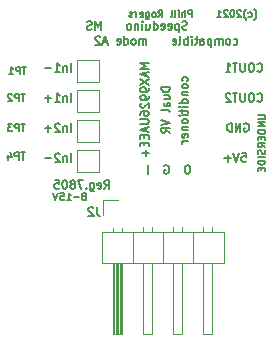
<source format=gbo>
G04 #@! TF.GenerationSoftware,KiCad,Pcbnew,(6.0.0-0)*
G04 #@! TF.CreationDate,2023-01-22T15:48:08+00:00*
G04 #@! TF.ProjectId,VR-Conditioner-MAX9926+reg,56522d43-6f6e-4646-9974-696f6e65722d,3.74*
G04 #@! TF.SameCoordinates,PX6a95280PY6f6d640*
G04 #@! TF.FileFunction,Legend,Bot*
G04 #@! TF.FilePolarity,Positive*
%FSLAX46Y46*%
G04 Gerber Fmt 4.6, Leading zero omitted, Abs format (unit mm)*
G04 Created by KiCad (PCBNEW (6.0.0-0)) date 2023-01-22 15:48:08*
%MOMM*%
%LPD*%
G01*
G04 APERTURE LIST*
%ADD10C,0.150000*%
%ADD11C,0.120000*%
G04 APERTURE END LIST*
D10*
X13778666Y15378667D02*
X13078666Y15378667D01*
X13078666Y15212000D01*
X13112000Y15112000D01*
X13178666Y15045334D01*
X13245333Y15012000D01*
X13378666Y14978667D01*
X13478666Y14978667D01*
X13612000Y15012000D01*
X13678666Y15045334D01*
X13745333Y15112000D01*
X13778666Y15212000D01*
X13778666Y15378667D01*
X13312000Y14378667D02*
X13778666Y14378667D01*
X13312000Y14678667D02*
X13678666Y14678667D01*
X13745333Y14645334D01*
X13778666Y14578667D01*
X13778666Y14478667D01*
X13745333Y14412000D01*
X13712000Y14378667D01*
X13778666Y13745334D02*
X13412000Y13745334D01*
X13345333Y13778667D01*
X13312000Y13845334D01*
X13312000Y13978667D01*
X13345333Y14045334D01*
X13745333Y13745334D02*
X13778666Y13812000D01*
X13778666Y13978667D01*
X13745333Y14045334D01*
X13678666Y14078667D01*
X13612000Y14078667D01*
X13545333Y14045334D01*
X13512000Y13978667D01*
X13512000Y13812000D01*
X13478666Y13745334D01*
X13778666Y13312000D02*
X13745333Y13378667D01*
X13678666Y13412000D01*
X13078666Y13412000D01*
X13078666Y12612000D02*
X13778666Y12378667D01*
X13078666Y12145334D01*
X13778666Y11512000D02*
X13445333Y11745334D01*
X13778666Y11912000D02*
X13078666Y11912000D01*
X13078666Y11645334D01*
X13112000Y11578667D01*
X13145333Y11545334D01*
X13212000Y11512000D01*
X13312000Y11512000D01*
X13378666Y11545334D01*
X13412000Y11578667D01*
X13445333Y11645334D01*
X13445333Y11912000D01*
X21182666Y16768000D02*
X21216000Y16734667D01*
X21316000Y16701334D01*
X21382666Y16701334D01*
X21482666Y16734667D01*
X21549333Y16801334D01*
X21582666Y16868000D01*
X21616000Y17001334D01*
X21616000Y17101334D01*
X21582666Y17234667D01*
X21549333Y17301334D01*
X21482666Y17368000D01*
X21382666Y17401334D01*
X21316000Y17401334D01*
X21216000Y17368000D01*
X21182666Y17334667D01*
X20749333Y17401334D02*
X20616000Y17401334D01*
X20549333Y17368000D01*
X20482666Y17301334D01*
X20449333Y17168000D01*
X20449333Y16934667D01*
X20482666Y16801334D01*
X20549333Y16734667D01*
X20616000Y16701334D01*
X20749333Y16701334D01*
X20816000Y16734667D01*
X20882666Y16801334D01*
X20916000Y16934667D01*
X20916000Y17168000D01*
X20882666Y17301334D01*
X20816000Y17368000D01*
X20749333Y17401334D01*
X20149333Y17401334D02*
X20149333Y16834667D01*
X20116000Y16768000D01*
X20082666Y16734667D01*
X20016000Y16701334D01*
X19882666Y16701334D01*
X19816000Y16734667D01*
X19782666Y16768000D01*
X19749333Y16834667D01*
X19749333Y17401334D01*
X19516000Y17401334D02*
X19116000Y17401334D01*
X19316000Y16701334D02*
X19316000Y17401334D01*
X18516000Y16701334D02*
X18916000Y16701334D01*
X18716000Y16701334D02*
X18716000Y17401334D01*
X18782666Y17301334D01*
X18849333Y17234667D01*
X18916000Y17201334D01*
X21182666Y14228000D02*
X21216000Y14194667D01*
X21316000Y14161334D01*
X21382666Y14161334D01*
X21482666Y14194667D01*
X21549333Y14261334D01*
X21582666Y14328000D01*
X21616000Y14461334D01*
X21616000Y14561334D01*
X21582666Y14694667D01*
X21549333Y14761334D01*
X21482666Y14828000D01*
X21382666Y14861334D01*
X21316000Y14861334D01*
X21216000Y14828000D01*
X21182666Y14794667D01*
X20749333Y14861334D02*
X20616000Y14861334D01*
X20549333Y14828000D01*
X20482666Y14761334D01*
X20449333Y14628000D01*
X20449333Y14394667D01*
X20482666Y14261334D01*
X20549333Y14194667D01*
X20616000Y14161334D01*
X20749333Y14161334D01*
X20816000Y14194667D01*
X20882666Y14261334D01*
X20916000Y14394667D01*
X20916000Y14628000D01*
X20882666Y14761334D01*
X20816000Y14828000D01*
X20749333Y14861334D01*
X20149333Y14861334D02*
X20149333Y14294667D01*
X20116000Y14228000D01*
X20082666Y14194667D01*
X20016000Y14161334D01*
X19882666Y14161334D01*
X19816000Y14194667D01*
X19782666Y14228000D01*
X19749333Y14294667D01*
X19749333Y14861334D01*
X19516000Y14861334D02*
X19116000Y14861334D01*
X19316000Y14161334D02*
X19316000Y14861334D01*
X18916000Y14794667D02*
X18882666Y14828000D01*
X18816000Y14861334D01*
X18649333Y14861334D01*
X18582666Y14828000D01*
X18549333Y14794667D01*
X18516000Y14728000D01*
X18516000Y14661334D01*
X18549333Y14561334D01*
X18949333Y14161334D01*
X18516000Y14161334D01*
X20091333Y12288000D02*
X20158000Y12321334D01*
X20258000Y12321334D01*
X20358000Y12288000D01*
X20424666Y12221334D01*
X20458000Y12154667D01*
X20491333Y12021334D01*
X20491333Y11921334D01*
X20458000Y11788000D01*
X20424666Y11721334D01*
X20358000Y11654667D01*
X20258000Y11621334D01*
X20191333Y11621334D01*
X20091333Y11654667D01*
X20058000Y11688000D01*
X20058000Y11921334D01*
X20191333Y11921334D01*
X19758000Y11621334D02*
X19758000Y12321334D01*
X19358000Y11621334D01*
X19358000Y12321334D01*
X19024666Y11621334D02*
X19024666Y12321334D01*
X18858000Y12321334D01*
X18758000Y12288000D01*
X18691333Y12221334D01*
X18658000Y12154667D01*
X18624666Y12021334D01*
X18624666Y11921334D01*
X18658000Y11788000D01*
X18691333Y11721334D01*
X18758000Y11654667D01*
X18858000Y11621334D01*
X19024666Y11621334D01*
X19870666Y9781334D02*
X20204000Y9781334D01*
X20237333Y9448000D01*
X20204000Y9481334D01*
X20137333Y9514667D01*
X19970666Y9514667D01*
X19904000Y9481334D01*
X19870666Y9448000D01*
X19837333Y9381334D01*
X19837333Y9214667D01*
X19870666Y9148000D01*
X19904000Y9114667D01*
X19970666Y9081334D01*
X20137333Y9081334D01*
X20204000Y9114667D01*
X20237333Y9148000D01*
X19637333Y9781334D02*
X19404000Y9081334D01*
X19170666Y9781334D01*
X18937333Y9348000D02*
X18404000Y9348000D01*
X18670666Y9081334D02*
X18670666Y9614667D01*
X5401333Y14161334D02*
X5401333Y14861334D01*
X5068000Y14628000D02*
X5068000Y14161334D01*
X5068000Y14561334D02*
X5034666Y14594667D01*
X4968000Y14628000D01*
X4868000Y14628000D01*
X4801333Y14594667D01*
X4768000Y14528000D01*
X4768000Y14161334D01*
X4068000Y14161334D02*
X4468000Y14161334D01*
X4268000Y14161334D02*
X4268000Y14861334D01*
X4334666Y14761334D01*
X4401333Y14694667D01*
X4468000Y14661334D01*
X3768000Y14428000D02*
X3234666Y14428000D01*
X3501333Y14161334D02*
X3501333Y14694667D01*
X5401333Y16701334D02*
X5401333Y17401334D01*
X5068000Y17168000D02*
X5068000Y16701334D01*
X5068000Y17101334D02*
X5034666Y17134667D01*
X4968000Y17168000D01*
X4868000Y17168000D01*
X4801333Y17134667D01*
X4768000Y17068000D01*
X4768000Y16701334D01*
X4068000Y16701334D02*
X4468000Y16701334D01*
X4268000Y16701334D02*
X4268000Y17401334D01*
X4334666Y17301334D01*
X4401333Y17234667D01*
X4468000Y17201334D01*
X3768000Y16968000D02*
X3234666Y16968000D01*
X5401333Y11621334D02*
X5401333Y12321334D01*
X5068000Y12088000D02*
X5068000Y11621334D01*
X5068000Y12021334D02*
X5034666Y12054667D01*
X4968000Y12088000D01*
X4868000Y12088000D01*
X4801333Y12054667D01*
X4768000Y11988000D01*
X4768000Y11621334D01*
X4468000Y12254667D02*
X4434666Y12288000D01*
X4368000Y12321334D01*
X4201333Y12321334D01*
X4134666Y12288000D01*
X4101333Y12254667D01*
X4068000Y12188000D01*
X4068000Y12121334D01*
X4101333Y12021334D01*
X4501333Y11621334D01*
X4068000Y11621334D01*
X3768000Y11888000D02*
X3234666Y11888000D01*
X3501333Y11621334D02*
X3501333Y12154667D01*
X5401333Y9081334D02*
X5401333Y9781334D01*
X5068000Y9548000D02*
X5068000Y9081334D01*
X5068000Y9481334D02*
X5034666Y9514667D01*
X4968000Y9548000D01*
X4868000Y9548000D01*
X4801333Y9514667D01*
X4768000Y9448000D01*
X4768000Y9081334D01*
X4468000Y9714667D02*
X4434666Y9748000D01*
X4368000Y9781334D01*
X4201333Y9781334D01*
X4134666Y9748000D01*
X4101333Y9714667D01*
X4068000Y9648000D01*
X4068000Y9581334D01*
X4101333Y9481334D01*
X4501333Y9081334D01*
X4068000Y9081334D01*
X3768000Y9348000D02*
X3234666Y9348000D01*
X6591142Y6167429D02*
X6648285Y6196000D01*
X6676857Y6224572D01*
X6705428Y6281715D01*
X6705428Y6310286D01*
X6676857Y6367429D01*
X6648285Y6396000D01*
X6591142Y6424572D01*
X6476857Y6424572D01*
X6419714Y6396000D01*
X6391142Y6367429D01*
X6362571Y6310286D01*
X6362571Y6281715D01*
X6391142Y6224572D01*
X6419714Y6196000D01*
X6476857Y6167429D01*
X6591142Y6167429D01*
X6648285Y6138858D01*
X6676857Y6110286D01*
X6705428Y6053143D01*
X6705428Y5938858D01*
X6676857Y5881715D01*
X6648285Y5853143D01*
X6591142Y5824572D01*
X6476857Y5824572D01*
X6419714Y5853143D01*
X6391142Y5881715D01*
X6362571Y5938858D01*
X6362571Y6053143D01*
X6391142Y6110286D01*
X6419714Y6138858D01*
X6476857Y6167429D01*
X6105428Y6053143D02*
X5648285Y6053143D01*
X5048285Y5824572D02*
X5391142Y5824572D01*
X5219714Y5824572D02*
X5219714Y6424572D01*
X5276857Y6338858D01*
X5334000Y6281715D01*
X5391142Y6253143D01*
X4505428Y6424572D02*
X4791142Y6424572D01*
X4819714Y6138858D01*
X4791142Y6167429D01*
X4734000Y6196000D01*
X4591142Y6196000D01*
X4534000Y6167429D01*
X4505428Y6138858D01*
X4476857Y6081715D01*
X4476857Y5938858D01*
X4505428Y5881715D01*
X4534000Y5853143D01*
X4591142Y5824572D01*
X4734000Y5824572D01*
X4791142Y5853143D01*
X4819714Y5881715D01*
X4305428Y6424572D02*
X4105428Y5824572D01*
X3905428Y6424572D01*
X15269333Y15928667D02*
X15302666Y15995334D01*
X15302666Y16128667D01*
X15269333Y16195334D01*
X15236000Y16228667D01*
X15169333Y16262000D01*
X14969333Y16262000D01*
X14902666Y16228667D01*
X14869333Y16195334D01*
X14836000Y16128667D01*
X14836000Y15995334D01*
X14869333Y15928667D01*
X15302666Y15528667D02*
X15269333Y15595334D01*
X15236000Y15628667D01*
X15169333Y15662000D01*
X14969333Y15662000D01*
X14902666Y15628667D01*
X14869333Y15595334D01*
X14836000Y15528667D01*
X14836000Y15428667D01*
X14869333Y15362000D01*
X14902666Y15328667D01*
X14969333Y15295334D01*
X15169333Y15295334D01*
X15236000Y15328667D01*
X15269333Y15362000D01*
X15302666Y15428667D01*
X15302666Y15528667D01*
X14836000Y14995334D02*
X15302666Y14995334D01*
X14902666Y14995334D02*
X14869333Y14962000D01*
X14836000Y14895334D01*
X14836000Y14795334D01*
X14869333Y14728667D01*
X14936000Y14695334D01*
X15302666Y14695334D01*
X15302666Y14062000D02*
X14602666Y14062000D01*
X15269333Y14062000D02*
X15302666Y14128667D01*
X15302666Y14262000D01*
X15269333Y14328667D01*
X15236000Y14362000D01*
X15169333Y14395334D01*
X14969333Y14395334D01*
X14902666Y14362000D01*
X14869333Y14328667D01*
X14836000Y14262000D01*
X14836000Y14128667D01*
X14869333Y14062000D01*
X15302666Y13728667D02*
X14836000Y13728667D01*
X14602666Y13728667D02*
X14636000Y13762000D01*
X14669333Y13728667D01*
X14636000Y13695334D01*
X14602666Y13728667D01*
X14669333Y13728667D01*
X14836000Y13495334D02*
X14836000Y13228667D01*
X14602666Y13395334D02*
X15202666Y13395334D01*
X15269333Y13362000D01*
X15302666Y13295334D01*
X15302666Y13228667D01*
X15302666Y12995334D02*
X14836000Y12995334D01*
X14602666Y12995334D02*
X14636000Y13028667D01*
X14669333Y12995334D01*
X14636000Y12962000D01*
X14602666Y12995334D01*
X14669333Y12995334D01*
X15302666Y12562000D02*
X15269333Y12628667D01*
X15236000Y12662000D01*
X15169333Y12695334D01*
X14969333Y12695334D01*
X14902666Y12662000D01*
X14869333Y12628667D01*
X14836000Y12562000D01*
X14836000Y12462000D01*
X14869333Y12395334D01*
X14902666Y12362000D01*
X14969333Y12328667D01*
X15169333Y12328667D01*
X15236000Y12362000D01*
X15269333Y12395334D01*
X15302666Y12462000D01*
X15302666Y12562000D01*
X14836000Y12028667D02*
X15302666Y12028667D01*
X14902666Y12028667D02*
X14869333Y11995334D01*
X14836000Y11928667D01*
X14836000Y11828667D01*
X14869333Y11762000D01*
X14936000Y11728667D01*
X15302666Y11728667D01*
X15269333Y11128667D02*
X15302666Y11195334D01*
X15302666Y11328667D01*
X15269333Y11395334D01*
X15202666Y11428667D01*
X14936000Y11428667D01*
X14869333Y11395334D01*
X14836000Y11328667D01*
X14836000Y11195334D01*
X14869333Y11128667D01*
X14936000Y11095334D01*
X15002666Y11095334D01*
X15069333Y11428667D01*
X15302666Y10795334D02*
X14836000Y10795334D01*
X14969333Y10795334D02*
X14902666Y10762000D01*
X14869333Y10728667D01*
X14836000Y10662000D01*
X14836000Y10595334D01*
X15366000Y8765334D02*
X15232666Y8765334D01*
X15166000Y8732000D01*
X15099333Y8665334D01*
X15066000Y8532000D01*
X15066000Y8298667D01*
X15099333Y8165334D01*
X15166000Y8098667D01*
X15232666Y8065334D01*
X15366000Y8065334D01*
X15432666Y8098667D01*
X15499333Y8165334D01*
X15532666Y8298667D01*
X15532666Y8532000D01*
X15499333Y8665334D01*
X15432666Y8732000D01*
X15366000Y8765334D01*
X13332666Y8732000D02*
X13399333Y8765334D01*
X13499333Y8765334D01*
X13599333Y8732000D01*
X13666000Y8665334D01*
X13699333Y8598667D01*
X13732666Y8465334D01*
X13732666Y8365334D01*
X13699333Y8232000D01*
X13666000Y8165334D01*
X13599333Y8098667D01*
X13499333Y8065334D01*
X13432666Y8065334D01*
X13332666Y8098667D01*
X13299333Y8132000D01*
X13299333Y8365334D01*
X13432666Y8365334D01*
X11932666Y8065334D02*
X11932666Y8765334D01*
X20933714Y21090000D02*
X20962285Y21118572D01*
X21019428Y21204286D01*
X21048000Y21261429D01*
X21076571Y21347143D01*
X21105142Y21490000D01*
X21105142Y21604286D01*
X21076571Y21747143D01*
X21048000Y21832858D01*
X21019428Y21890000D01*
X20962285Y21975715D01*
X20933714Y22004286D01*
X20448000Y21347143D02*
X20505142Y21318572D01*
X20619428Y21318572D01*
X20676571Y21347143D01*
X20705142Y21375715D01*
X20733714Y21432858D01*
X20733714Y21604286D01*
X20705142Y21661429D01*
X20676571Y21690000D01*
X20619428Y21718572D01*
X20505142Y21718572D01*
X20448000Y21690000D01*
X20248000Y21090000D02*
X20219428Y21118572D01*
X20162285Y21204286D01*
X20133714Y21261429D01*
X20105142Y21347143D01*
X20076571Y21490000D01*
X20076571Y21604286D01*
X20105142Y21747143D01*
X20133714Y21832858D01*
X20162285Y21890000D01*
X20219428Y21975715D01*
X20248000Y22004286D01*
X19819428Y21861429D02*
X19790857Y21890000D01*
X19733714Y21918572D01*
X19590857Y21918572D01*
X19533714Y21890000D01*
X19505142Y21861429D01*
X19476571Y21804286D01*
X19476571Y21747143D01*
X19505142Y21661429D01*
X19848000Y21318572D01*
X19476571Y21318572D01*
X19105142Y21918572D02*
X19048000Y21918572D01*
X18990857Y21890000D01*
X18962285Y21861429D01*
X18933714Y21804286D01*
X18905142Y21690000D01*
X18905142Y21547143D01*
X18933714Y21432858D01*
X18962285Y21375715D01*
X18990857Y21347143D01*
X19048000Y21318572D01*
X19105142Y21318572D01*
X19162285Y21347143D01*
X19190857Y21375715D01*
X19219428Y21432858D01*
X19248000Y21547143D01*
X19248000Y21690000D01*
X19219428Y21804286D01*
X19190857Y21861429D01*
X19162285Y21890000D01*
X19105142Y21918572D01*
X18676571Y21861429D02*
X18648000Y21890000D01*
X18590857Y21918572D01*
X18448000Y21918572D01*
X18390857Y21890000D01*
X18362285Y21861429D01*
X18333714Y21804286D01*
X18333714Y21747143D01*
X18362285Y21661429D01*
X18705142Y21318572D01*
X18333714Y21318572D01*
X17762285Y21318572D02*
X18105142Y21318572D01*
X17933714Y21318572D02*
X17933714Y21918572D01*
X17990857Y21832858D01*
X18048000Y21775715D01*
X18105142Y21747143D01*
X15676571Y21318572D02*
X15676571Y21918572D01*
X15448000Y21918572D01*
X15390857Y21890000D01*
X15362285Y21861429D01*
X15333714Y21804286D01*
X15333714Y21718572D01*
X15362285Y21661429D01*
X15390857Y21632858D01*
X15448000Y21604286D01*
X15676571Y21604286D01*
X15076571Y21318572D02*
X15076571Y21918572D01*
X14819428Y21318572D02*
X14819428Y21632858D01*
X14848000Y21690000D01*
X14905142Y21718572D01*
X14990857Y21718572D01*
X15048000Y21690000D01*
X15076571Y21661429D01*
X14533714Y21318572D02*
X14533714Y21718572D01*
X14533714Y21918572D02*
X14562285Y21890000D01*
X14533714Y21861429D01*
X14505142Y21890000D01*
X14533714Y21918572D01*
X14533714Y21861429D01*
X14162285Y21318572D02*
X14219428Y21347143D01*
X14248000Y21404286D01*
X14248000Y21918572D01*
X13848000Y21318572D02*
X13905142Y21347143D01*
X13933714Y21404286D01*
X13933714Y21918572D01*
X12819428Y21318572D02*
X13019428Y21604286D01*
X13162285Y21318572D02*
X13162285Y21918572D01*
X12933714Y21918572D01*
X12876571Y21890000D01*
X12848000Y21861429D01*
X12819428Y21804286D01*
X12819428Y21718572D01*
X12848000Y21661429D01*
X12876571Y21632858D01*
X12933714Y21604286D01*
X13162285Y21604286D01*
X12476571Y21318572D02*
X12533714Y21347143D01*
X12562285Y21375715D01*
X12590857Y21432858D01*
X12590857Y21604286D01*
X12562285Y21661429D01*
X12533714Y21690000D01*
X12476571Y21718572D01*
X12390857Y21718572D01*
X12333714Y21690000D01*
X12305142Y21661429D01*
X12276571Y21604286D01*
X12276571Y21432858D01*
X12305142Y21375715D01*
X12333714Y21347143D01*
X12390857Y21318572D01*
X12476571Y21318572D01*
X11762285Y21718572D02*
X11762285Y21232858D01*
X11790857Y21175715D01*
X11819428Y21147143D01*
X11876571Y21118572D01*
X11962285Y21118572D01*
X12019428Y21147143D01*
X11762285Y21347143D02*
X11819428Y21318572D01*
X11933714Y21318572D01*
X11990857Y21347143D01*
X12019428Y21375715D01*
X12048000Y21432858D01*
X12048000Y21604286D01*
X12019428Y21661429D01*
X11990857Y21690000D01*
X11933714Y21718572D01*
X11819428Y21718572D01*
X11762285Y21690000D01*
X11248000Y21347143D02*
X11305142Y21318572D01*
X11419428Y21318572D01*
X11476571Y21347143D01*
X11505142Y21404286D01*
X11505142Y21632858D01*
X11476571Y21690000D01*
X11419428Y21718572D01*
X11305142Y21718572D01*
X11248000Y21690000D01*
X11219428Y21632858D01*
X11219428Y21575715D01*
X11505142Y21518572D01*
X10962285Y21318572D02*
X10962285Y21718572D01*
X10962285Y21604286D02*
X10933714Y21661429D01*
X10905142Y21690000D01*
X10848000Y21718572D01*
X10790857Y21718572D01*
X10619428Y21347143D02*
X10562285Y21318572D01*
X10448000Y21318572D01*
X10390857Y21347143D01*
X10362285Y21404286D01*
X10362285Y21432858D01*
X10390857Y21490000D01*
X10448000Y21518572D01*
X10533714Y21518572D01*
X10590857Y21547143D01*
X10619428Y21604286D01*
X10619428Y21632858D01*
X10590857Y21690000D01*
X10533714Y21718572D01*
X10448000Y21718572D01*
X10390857Y21690000D01*
X21261428Y13025143D02*
X21747142Y13025143D01*
X21804285Y12996572D01*
X21832857Y12968000D01*
X21861428Y12910858D01*
X21861428Y12796572D01*
X21832857Y12739429D01*
X21804285Y12710858D01*
X21747142Y12682286D01*
X21261428Y12682286D01*
X21861428Y12396572D02*
X21261428Y12396572D01*
X21861428Y12053715D01*
X21261428Y12053715D01*
X21861428Y11768000D02*
X21261428Y11768000D01*
X21261428Y11625143D01*
X21290000Y11539429D01*
X21347142Y11482286D01*
X21404285Y11453715D01*
X21518571Y11425143D01*
X21604285Y11425143D01*
X21718571Y11453715D01*
X21775714Y11482286D01*
X21832857Y11539429D01*
X21861428Y11625143D01*
X21861428Y11768000D01*
X21547142Y11168000D02*
X21547142Y10968000D01*
X21861428Y10882286D02*
X21861428Y11168000D01*
X21261428Y11168000D01*
X21261428Y10882286D01*
X21861428Y10282286D02*
X21575714Y10482286D01*
X21861428Y10625143D02*
X21261428Y10625143D01*
X21261428Y10396572D01*
X21290000Y10339429D01*
X21318571Y10310858D01*
X21375714Y10282286D01*
X21461428Y10282286D01*
X21518571Y10310858D01*
X21547142Y10339429D01*
X21575714Y10396572D01*
X21575714Y10625143D01*
X21832857Y10053715D02*
X21861428Y9968000D01*
X21861428Y9825143D01*
X21832857Y9768000D01*
X21804285Y9739429D01*
X21747142Y9710858D01*
X21690000Y9710858D01*
X21632857Y9739429D01*
X21604285Y9768000D01*
X21575714Y9825143D01*
X21547142Y9939429D01*
X21518571Y9996572D01*
X21490000Y10025143D01*
X21432857Y10053715D01*
X21375714Y10053715D01*
X21318571Y10025143D01*
X21290000Y9996572D01*
X21261428Y9939429D01*
X21261428Y9796572D01*
X21290000Y9710858D01*
X21861428Y9453715D02*
X21261428Y9453715D01*
X21861428Y9168000D02*
X21261428Y9168000D01*
X21261428Y9025143D01*
X21290000Y8939429D01*
X21347142Y8882286D01*
X21404285Y8853715D01*
X21518571Y8825143D01*
X21604285Y8825143D01*
X21718571Y8853715D01*
X21775714Y8882286D01*
X21832857Y8939429D01*
X21861428Y9025143D01*
X21861428Y9168000D01*
X21547142Y8568000D02*
X21547142Y8368000D01*
X21861428Y8282286D02*
X21861428Y8568000D01*
X21261428Y8568000D01*
X21261428Y8282286D01*
X19180666Y19020667D02*
X19247333Y18987334D01*
X19380666Y18987334D01*
X19447333Y19020667D01*
X19480666Y19054000D01*
X19514000Y19120667D01*
X19514000Y19320667D01*
X19480666Y19387334D01*
X19447333Y19420667D01*
X19380666Y19454000D01*
X19247333Y19454000D01*
X19180666Y19420667D01*
X18780666Y18987334D02*
X18847333Y19020667D01*
X18880666Y19054000D01*
X18914000Y19120667D01*
X18914000Y19320667D01*
X18880666Y19387334D01*
X18847333Y19420667D01*
X18780666Y19454000D01*
X18680666Y19454000D01*
X18614000Y19420667D01*
X18580666Y19387334D01*
X18547333Y19320667D01*
X18547333Y19120667D01*
X18580666Y19054000D01*
X18614000Y19020667D01*
X18680666Y18987334D01*
X18780666Y18987334D01*
X18247333Y18987334D02*
X18247333Y19454000D01*
X18247333Y19387334D02*
X18214000Y19420667D01*
X18147333Y19454000D01*
X18047333Y19454000D01*
X17980666Y19420667D01*
X17947333Y19354000D01*
X17947333Y18987334D01*
X17947333Y19354000D02*
X17914000Y19420667D01*
X17847333Y19454000D01*
X17747333Y19454000D01*
X17680666Y19420667D01*
X17647333Y19354000D01*
X17647333Y18987334D01*
X17314000Y19454000D02*
X17314000Y18754000D01*
X17314000Y19420667D02*
X17247333Y19454000D01*
X17114000Y19454000D01*
X17047333Y19420667D01*
X17014000Y19387334D01*
X16980666Y19320667D01*
X16980666Y19120667D01*
X17014000Y19054000D01*
X17047333Y19020667D01*
X17114000Y18987334D01*
X17247333Y18987334D01*
X17314000Y19020667D01*
X16380666Y18987334D02*
X16380666Y19354000D01*
X16414000Y19420667D01*
X16480666Y19454000D01*
X16614000Y19454000D01*
X16680666Y19420667D01*
X16380666Y19020667D02*
X16447333Y18987334D01*
X16614000Y18987334D01*
X16680666Y19020667D01*
X16714000Y19087334D01*
X16714000Y19154000D01*
X16680666Y19220667D01*
X16614000Y19254000D01*
X16447333Y19254000D01*
X16380666Y19287334D01*
X16147333Y19454000D02*
X15880666Y19454000D01*
X16047333Y19687334D02*
X16047333Y19087334D01*
X16014000Y19020667D01*
X15947333Y18987334D01*
X15880666Y18987334D01*
X15647333Y18987334D02*
X15647333Y19454000D01*
X15647333Y19687334D02*
X15680666Y19654000D01*
X15647333Y19620667D01*
X15614000Y19654000D01*
X15647333Y19687334D01*
X15647333Y19620667D01*
X15314000Y18987334D02*
X15314000Y19687334D01*
X15314000Y19420667D02*
X15247333Y19454000D01*
X15114000Y19454000D01*
X15047333Y19420667D01*
X15014000Y19387334D01*
X14980666Y19320667D01*
X14980666Y19120667D01*
X15014000Y19054000D01*
X15047333Y19020667D01*
X15114000Y18987334D01*
X15247333Y18987334D01*
X15314000Y19020667D01*
X14580666Y18987334D02*
X14647333Y19020667D01*
X14680666Y19087334D01*
X14680666Y19687334D01*
X14047333Y19020667D02*
X14114000Y18987334D01*
X14247333Y18987334D01*
X14314000Y19020667D01*
X14347333Y19087334D01*
X14347333Y19354000D01*
X14314000Y19420667D01*
X14247333Y19454000D01*
X14114000Y19454000D01*
X14047333Y19420667D01*
X14014000Y19354000D01*
X14014000Y19287334D01*
X14347333Y19220667D01*
X11785333Y18987334D02*
X11785333Y19454000D01*
X11785333Y19387334D02*
X11752000Y19420667D01*
X11685333Y19454000D01*
X11585333Y19454000D01*
X11518666Y19420667D01*
X11485333Y19354000D01*
X11485333Y18987334D01*
X11485333Y19354000D02*
X11452000Y19420667D01*
X11385333Y19454000D01*
X11285333Y19454000D01*
X11218666Y19420667D01*
X11185333Y19354000D01*
X11185333Y18987334D01*
X10752000Y18987334D02*
X10818666Y19020667D01*
X10852000Y19054000D01*
X10885333Y19120667D01*
X10885333Y19320667D01*
X10852000Y19387334D01*
X10818666Y19420667D01*
X10752000Y19454000D01*
X10652000Y19454000D01*
X10585333Y19420667D01*
X10552000Y19387334D01*
X10518666Y19320667D01*
X10518666Y19120667D01*
X10552000Y19054000D01*
X10585333Y19020667D01*
X10652000Y18987334D01*
X10752000Y18987334D01*
X9918666Y18987334D02*
X9918666Y19687334D01*
X9918666Y19020667D02*
X9985333Y18987334D01*
X10118666Y18987334D01*
X10185333Y19020667D01*
X10218666Y19054000D01*
X10252000Y19120667D01*
X10252000Y19320667D01*
X10218666Y19387334D01*
X10185333Y19420667D01*
X10118666Y19454000D01*
X9985333Y19454000D01*
X9918666Y19420667D01*
X9318666Y19020667D02*
X9385333Y18987334D01*
X9518666Y18987334D01*
X9585333Y19020667D01*
X9618666Y19087334D01*
X9618666Y19354000D01*
X9585333Y19420667D01*
X9518666Y19454000D01*
X9385333Y19454000D01*
X9318666Y19420667D01*
X9285333Y19354000D01*
X9285333Y19287334D01*
X9618666Y19220667D01*
X8485333Y19187334D02*
X8152000Y19187334D01*
X8552000Y18987334D02*
X8318666Y19687334D01*
X8085333Y18987334D01*
X7885333Y19620667D02*
X7852000Y19654000D01*
X7785333Y19687334D01*
X7618666Y19687334D01*
X7552000Y19654000D01*
X7518666Y19620667D01*
X7485333Y19554000D01*
X7485333Y19487334D01*
X7518666Y19387334D01*
X7918666Y18987334D01*
X7485333Y18987334D01*
X15250000Y20290667D02*
X15150000Y20257334D01*
X14983333Y20257334D01*
X14916666Y20290667D01*
X14883333Y20324000D01*
X14850000Y20390667D01*
X14850000Y20457334D01*
X14883333Y20524000D01*
X14916666Y20557334D01*
X14983333Y20590667D01*
X15116666Y20624000D01*
X15183333Y20657334D01*
X15216666Y20690667D01*
X15250000Y20757334D01*
X15250000Y20824000D01*
X15216666Y20890667D01*
X15183333Y20924000D01*
X15116666Y20957334D01*
X14950000Y20957334D01*
X14850000Y20924000D01*
X14550000Y20724000D02*
X14550000Y20024000D01*
X14550000Y20690667D02*
X14483333Y20724000D01*
X14350000Y20724000D01*
X14283333Y20690667D01*
X14250000Y20657334D01*
X14216666Y20590667D01*
X14216666Y20390667D01*
X14250000Y20324000D01*
X14283333Y20290667D01*
X14350000Y20257334D01*
X14483333Y20257334D01*
X14550000Y20290667D01*
X13650000Y20290667D02*
X13716666Y20257334D01*
X13850000Y20257334D01*
X13916666Y20290667D01*
X13950000Y20357334D01*
X13950000Y20624000D01*
X13916666Y20690667D01*
X13850000Y20724000D01*
X13716666Y20724000D01*
X13650000Y20690667D01*
X13616666Y20624000D01*
X13616666Y20557334D01*
X13950000Y20490667D01*
X13050000Y20290667D02*
X13116666Y20257334D01*
X13250000Y20257334D01*
X13316666Y20290667D01*
X13350000Y20357334D01*
X13350000Y20624000D01*
X13316666Y20690667D01*
X13250000Y20724000D01*
X13116666Y20724000D01*
X13050000Y20690667D01*
X13016666Y20624000D01*
X13016666Y20557334D01*
X13350000Y20490667D01*
X12416666Y20257334D02*
X12416666Y20957334D01*
X12416666Y20290667D02*
X12483333Y20257334D01*
X12616666Y20257334D01*
X12683333Y20290667D01*
X12716666Y20324000D01*
X12750000Y20390667D01*
X12750000Y20590667D01*
X12716666Y20657334D01*
X12683333Y20690667D01*
X12616666Y20724000D01*
X12483333Y20724000D01*
X12416666Y20690667D01*
X11783333Y20724000D02*
X11783333Y20257334D01*
X12083333Y20724000D02*
X12083333Y20357334D01*
X12050000Y20290667D01*
X11983333Y20257334D01*
X11883333Y20257334D01*
X11816666Y20290667D01*
X11783333Y20324000D01*
X11450000Y20257334D02*
X11450000Y20724000D01*
X11450000Y20957334D02*
X11483333Y20924000D01*
X11450000Y20890667D01*
X11416666Y20924000D01*
X11450000Y20957334D01*
X11450000Y20890667D01*
X11116666Y20724000D02*
X11116666Y20257334D01*
X11116666Y20657334D02*
X11083333Y20690667D01*
X11016666Y20724000D01*
X10916666Y20724000D01*
X10850000Y20690667D01*
X10816666Y20624000D01*
X10816666Y20257334D01*
X10383333Y20257334D02*
X10450000Y20290667D01*
X10483333Y20324000D01*
X10516666Y20390667D01*
X10516666Y20590667D01*
X10483333Y20657334D01*
X10450000Y20690667D01*
X10383333Y20724000D01*
X10283333Y20724000D01*
X10216666Y20690667D01*
X10183333Y20657334D01*
X10150000Y20590667D01*
X10150000Y20390667D01*
X10183333Y20324000D01*
X10216666Y20290667D01*
X10283333Y20257334D01*
X10383333Y20257334D01*
X8250000Y6795334D02*
X8483333Y7128667D01*
X8650000Y6795334D02*
X8650000Y7495334D01*
X8383333Y7495334D01*
X8316666Y7462000D01*
X8283333Y7428667D01*
X8250000Y7362000D01*
X8250000Y7262000D01*
X8283333Y7195334D01*
X8316666Y7162000D01*
X8383333Y7128667D01*
X8650000Y7128667D01*
X7683333Y6828667D02*
X7750000Y6795334D01*
X7883333Y6795334D01*
X7950000Y6828667D01*
X7983333Y6895334D01*
X7983333Y7162000D01*
X7950000Y7228667D01*
X7883333Y7262000D01*
X7750000Y7262000D01*
X7683333Y7228667D01*
X7650000Y7162000D01*
X7650000Y7095334D01*
X7983333Y7028667D01*
X7050000Y7262000D02*
X7050000Y6695334D01*
X7083333Y6628667D01*
X7116666Y6595334D01*
X7183333Y6562000D01*
X7283333Y6562000D01*
X7350000Y6595334D01*
X7050000Y6828667D02*
X7116666Y6795334D01*
X7250000Y6795334D01*
X7316666Y6828667D01*
X7350000Y6862000D01*
X7383333Y6928667D01*
X7383333Y7128667D01*
X7350000Y7195334D01*
X7316666Y7228667D01*
X7250000Y7262000D01*
X7116666Y7262000D01*
X7050000Y7228667D01*
X6716666Y6862000D02*
X6683333Y6828667D01*
X6716666Y6795334D01*
X6750000Y6828667D01*
X6716666Y6862000D01*
X6716666Y6795334D01*
X6450000Y7495334D02*
X5983333Y7495334D01*
X6283333Y6795334D01*
X5616666Y7195334D02*
X5683333Y7228667D01*
X5716666Y7262000D01*
X5750000Y7328667D01*
X5750000Y7362000D01*
X5716666Y7428667D01*
X5683333Y7462000D01*
X5616666Y7495334D01*
X5483333Y7495334D01*
X5416666Y7462000D01*
X5383333Y7428667D01*
X5350000Y7362000D01*
X5350000Y7328667D01*
X5383333Y7262000D01*
X5416666Y7228667D01*
X5483333Y7195334D01*
X5616666Y7195334D01*
X5683333Y7162000D01*
X5716666Y7128667D01*
X5750000Y7062000D01*
X5750000Y6928667D01*
X5716666Y6862000D01*
X5683333Y6828667D01*
X5616666Y6795334D01*
X5483333Y6795334D01*
X5416666Y6828667D01*
X5383333Y6862000D01*
X5350000Y6928667D01*
X5350000Y7062000D01*
X5383333Y7128667D01*
X5416666Y7162000D01*
X5483333Y7195334D01*
X4916666Y7495334D02*
X4850000Y7495334D01*
X4783333Y7462000D01*
X4750000Y7428667D01*
X4716666Y7362000D01*
X4683333Y7228667D01*
X4683333Y7062000D01*
X4716666Y6928667D01*
X4750000Y6862000D01*
X4783333Y6828667D01*
X4850000Y6795334D01*
X4916666Y6795334D01*
X4983333Y6828667D01*
X5016666Y6862000D01*
X5050000Y6928667D01*
X5083333Y7062000D01*
X5083333Y7228667D01*
X5050000Y7362000D01*
X5016666Y7428667D01*
X4983333Y7462000D01*
X4916666Y7495334D01*
X4050000Y7495334D02*
X4383333Y7495334D01*
X4416666Y7162000D01*
X4383333Y7195334D01*
X4316666Y7228667D01*
X4150000Y7228667D01*
X4083333Y7195334D01*
X4050000Y7162000D01*
X4016666Y7095334D01*
X4016666Y6928667D01*
X4050000Y6862000D01*
X4083333Y6828667D01*
X4150000Y6795334D01*
X4316666Y6795334D01*
X4383333Y6828667D01*
X4416666Y6862000D01*
X7932666Y20257334D02*
X7932666Y20957334D01*
X7699333Y20457334D01*
X7466000Y20957334D01*
X7466000Y20257334D01*
X7166000Y20290667D02*
X7066000Y20257334D01*
X6899333Y20257334D01*
X6832666Y20290667D01*
X6799333Y20324000D01*
X6766000Y20390667D01*
X6766000Y20457334D01*
X6799333Y20524000D01*
X6832666Y20557334D01*
X6899333Y20590667D01*
X7032666Y20624000D01*
X7099333Y20657334D01*
X7132666Y20690667D01*
X7166000Y20757334D01*
X7166000Y20824000D01*
X7132666Y20890667D01*
X7099333Y20924000D01*
X7032666Y20957334D01*
X6866000Y20957334D01*
X6766000Y20924000D01*
G04 #@! TO.C,U1*
X12000666Y17395334D02*
X11300666Y17395334D01*
X11800666Y17162000D01*
X11300666Y16928667D01*
X12000666Y16928667D01*
X11800666Y16628667D02*
X11800666Y16295334D01*
X12000666Y16695334D02*
X11300666Y16462000D01*
X12000666Y16228667D01*
X11300666Y16062000D02*
X12000666Y15595334D01*
X11300666Y15595334D02*
X12000666Y16062000D01*
X12000666Y15295334D02*
X12000666Y15162000D01*
X11967333Y15095334D01*
X11934000Y15062000D01*
X11834000Y14995334D01*
X11700666Y14962000D01*
X11434000Y14962000D01*
X11367333Y14995334D01*
X11334000Y15028667D01*
X11300666Y15095334D01*
X11300666Y15228667D01*
X11334000Y15295334D01*
X11367333Y15328667D01*
X11434000Y15362000D01*
X11600666Y15362000D01*
X11667333Y15328667D01*
X11700666Y15295334D01*
X11734000Y15228667D01*
X11734000Y15095334D01*
X11700666Y15028667D01*
X11667333Y14995334D01*
X11600666Y14962000D01*
X12000666Y14628667D02*
X12000666Y14495334D01*
X11967333Y14428667D01*
X11934000Y14395334D01*
X11834000Y14328667D01*
X11700666Y14295334D01*
X11434000Y14295334D01*
X11367333Y14328667D01*
X11334000Y14362000D01*
X11300666Y14428667D01*
X11300666Y14562000D01*
X11334000Y14628667D01*
X11367333Y14662000D01*
X11434000Y14695334D01*
X11600666Y14695334D01*
X11667333Y14662000D01*
X11700666Y14628667D01*
X11734000Y14562000D01*
X11734000Y14428667D01*
X11700666Y14362000D01*
X11667333Y14328667D01*
X11600666Y14295334D01*
X11367333Y14028667D02*
X11334000Y13995334D01*
X11300666Y13928667D01*
X11300666Y13762000D01*
X11334000Y13695334D01*
X11367333Y13662000D01*
X11434000Y13628667D01*
X11500666Y13628667D01*
X11600666Y13662000D01*
X12000666Y14062000D01*
X12000666Y13628667D01*
X11300666Y13028667D02*
X11300666Y13162000D01*
X11334000Y13228667D01*
X11367333Y13262000D01*
X11467333Y13328667D01*
X11600666Y13362000D01*
X11867333Y13362000D01*
X11934000Y13328667D01*
X11967333Y13295334D01*
X12000666Y13228667D01*
X12000666Y13095334D01*
X11967333Y13028667D01*
X11934000Y12995334D01*
X11867333Y12962000D01*
X11700666Y12962000D01*
X11634000Y12995334D01*
X11600666Y13028667D01*
X11567333Y13095334D01*
X11567333Y13228667D01*
X11600666Y13295334D01*
X11634000Y13328667D01*
X11700666Y13362000D01*
X11300666Y12662000D02*
X11867333Y12662000D01*
X11934000Y12628667D01*
X11967333Y12595334D01*
X12000666Y12528667D01*
X12000666Y12395334D01*
X11967333Y12328667D01*
X11934000Y12295334D01*
X11867333Y12262000D01*
X11300666Y12262000D01*
X11800666Y11962000D02*
X11800666Y11628667D01*
X12000666Y12028667D02*
X11300666Y11795334D01*
X12000666Y11562000D01*
X11634000Y11328667D02*
X11634000Y11095334D01*
X12000666Y10995334D02*
X12000666Y11328667D01*
X11300666Y11328667D01*
X11300666Y10995334D01*
X11634000Y10695334D02*
X11634000Y10462000D01*
X12000666Y10362000D02*
X12000666Y10695334D01*
X11300666Y10695334D01*
X11300666Y10362000D01*
X11734000Y10062000D02*
X11734000Y9528667D01*
X12000666Y9795334D02*
X11467333Y9795334D01*
G04 #@! TO.C,J2*
X7599333Y5209334D02*
X7599333Y4709334D01*
X7632666Y4609334D01*
X7699333Y4542667D01*
X7799333Y4509334D01*
X7866000Y4509334D01*
X7299333Y5142667D02*
X7266000Y5176000D01*
X7199333Y5209334D01*
X7032666Y5209334D01*
X6966000Y5176000D01*
X6932666Y5142667D01*
X6899333Y5076000D01*
X6899333Y5009334D01*
X6932666Y4909334D01*
X7332666Y4509334D01*
X6899333Y4509334D01*
G04 #@! TO.C,TP2*
X1519142Y14806572D02*
X1176285Y14806572D01*
X1347714Y14206572D02*
X1347714Y14806572D01*
X976285Y14206572D02*
X976285Y14806572D01*
X747714Y14806572D01*
X690571Y14778000D01*
X662000Y14749429D01*
X633428Y14692286D01*
X633428Y14606572D01*
X662000Y14549429D01*
X690571Y14520858D01*
X747714Y14492286D01*
X976285Y14492286D01*
X404857Y14749429D02*
X376285Y14778000D01*
X319142Y14806572D01*
X176285Y14806572D01*
X119142Y14778000D01*
X90571Y14749429D01*
X62000Y14692286D01*
X62000Y14635143D01*
X90571Y14549429D01*
X433428Y14206572D01*
X62000Y14206572D01*
G04 #@! TO.C,TP4*
X1519142Y9853572D02*
X1176285Y9853572D01*
X1347714Y9253572D02*
X1347714Y9853572D01*
X976285Y9253572D02*
X976285Y9853572D01*
X747714Y9853572D01*
X690571Y9825000D01*
X662000Y9796429D01*
X633428Y9739286D01*
X633428Y9653572D01*
X662000Y9596429D01*
X690571Y9567858D01*
X747714Y9539286D01*
X976285Y9539286D01*
X119142Y9653572D02*
X119142Y9253572D01*
X262000Y9882143D02*
X404857Y9453572D01*
X33428Y9453572D01*
G04 #@! TO.C,TP3*
X1519142Y12266572D02*
X1176285Y12266572D01*
X1347714Y11666572D02*
X1347714Y12266572D01*
X976285Y11666572D02*
X976285Y12266572D01*
X747714Y12266572D01*
X690571Y12238000D01*
X662000Y12209429D01*
X633428Y12152286D01*
X633428Y12066572D01*
X662000Y12009429D01*
X690571Y11980858D01*
X747714Y11952286D01*
X976285Y11952286D01*
X433428Y12266572D02*
X62000Y12266572D01*
X262000Y12038000D01*
X176285Y12038000D01*
X119142Y12009429D01*
X90571Y11980858D01*
X62000Y11923715D01*
X62000Y11780858D01*
X90571Y11723715D01*
X119142Y11695143D01*
X176285Y11666572D01*
X347714Y11666572D01*
X404857Y11695143D01*
X433428Y11723715D01*
G04 #@! TO.C,TP1*
X1646142Y17092572D02*
X1303285Y17092572D01*
X1474714Y16492572D02*
X1474714Y17092572D01*
X1103285Y16492572D02*
X1103285Y17092572D01*
X874714Y17092572D01*
X817571Y17064000D01*
X789000Y17035429D01*
X760428Y16978286D01*
X760428Y16892572D01*
X789000Y16835429D01*
X817571Y16806858D01*
X874714Y16778286D01*
X1103285Y16778286D01*
X189000Y16492572D02*
X531857Y16492572D01*
X360428Y16492572D02*
X360428Y17092572D01*
X417571Y17006858D01*
X474714Y16949715D01*
X531857Y16921143D01*
D11*
G04 #@! TO.C,J2*
X9778000Y3462000D02*
X9778000Y3132000D01*
X16638000Y-5528000D02*
X17398000Y-5528000D01*
X9398000Y5842000D02*
X8128000Y5842000D01*
X16638000Y3529071D02*
X16638000Y3132000D01*
X15748000Y3132000D02*
X15748000Y472000D01*
X9778000Y-5528000D02*
X9778000Y472000D01*
X14098000Y-5528000D02*
X14858000Y-5528000D01*
X12318000Y-5528000D02*
X12318000Y472000D01*
X13208000Y3132000D02*
X13208000Y472000D01*
X8128000Y5842000D02*
X8128000Y4572000D01*
X10668000Y3132000D02*
X10668000Y472000D01*
X9018000Y-5528000D02*
X9778000Y-5528000D01*
X18348000Y472000D02*
X8068000Y472000D01*
X14098000Y3529071D02*
X14098000Y3132000D01*
X9318000Y472000D02*
X9318000Y-5528000D01*
X9018000Y3462000D02*
X9018000Y3132000D01*
X9678000Y472000D02*
X9678000Y-5528000D01*
X14858000Y3529071D02*
X14858000Y3132000D01*
X11558000Y3529071D02*
X11558000Y3132000D01*
X17398000Y3529071D02*
X17398000Y3132000D01*
X9018000Y472000D02*
X9018000Y-5528000D01*
X9078000Y472000D02*
X9078000Y-5528000D01*
X11558000Y-5528000D02*
X12318000Y-5528000D01*
X8068000Y3132000D02*
X18348000Y3132000D01*
X16638000Y472000D02*
X16638000Y-5528000D01*
X17398000Y-5528000D02*
X17398000Y472000D01*
X8068000Y472000D02*
X8068000Y3132000D01*
X9558000Y472000D02*
X9558000Y-5528000D01*
X12318000Y3529071D02*
X12318000Y3132000D01*
X9438000Y472000D02*
X9438000Y-5528000D01*
X18348000Y3132000D02*
X18348000Y472000D01*
X14858000Y-5528000D02*
X14858000Y472000D01*
X14098000Y472000D02*
X14098000Y-5528000D01*
X9198000Y472000D02*
X9198000Y-5528000D01*
X11558000Y472000D02*
X11558000Y-5528000D01*
G04 #@! TO.C,TP2*
X7808000Y13274000D02*
X7808000Y15174000D01*
X5908000Y15174000D02*
X5908000Y13274000D01*
X5908000Y13274000D02*
X7808000Y13274000D01*
X7808000Y15174000D02*
X5908000Y15174000D01*
G04 #@! TO.C,TP4*
X5908000Y8194000D02*
X7808000Y8194000D01*
X7808000Y8194000D02*
X7808000Y10094000D01*
X7808000Y10094000D02*
X5908000Y10094000D01*
X5908000Y10094000D02*
X5908000Y8194000D01*
G04 #@! TO.C,TP3*
X7808000Y10734000D02*
X7808000Y12634000D01*
X5908000Y10734000D02*
X7808000Y10734000D01*
X5908000Y12634000D02*
X5908000Y10734000D01*
X7808000Y12634000D02*
X5908000Y12634000D01*
G04 #@! TO.C,TP1*
X7808000Y17714000D02*
X5908000Y17714000D01*
X5908000Y17714000D02*
X5908000Y15814000D01*
X5908000Y15814000D02*
X7808000Y15814000D01*
X7808000Y15814000D02*
X7808000Y17714000D01*
G04 #@! TD*
M02*

</source>
